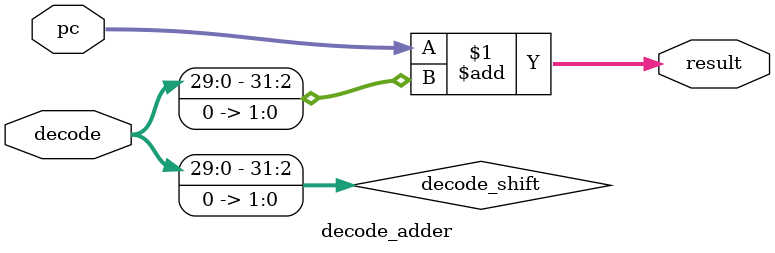
<source format=v>
module decode_adder(
    pc, decode,
    result
);
    input  [31:0]  pc, decode;
    output [31:0]  result;
    
    
    wire [31:0] result;
    reg  [31:0] decode_shift;
    assign decode_shift[31:2] = decode[31-2:0] ;
    assign decode_shift[1:0] = 2'b00;
    assign result = pc + decode_shift;
    // always @(*) begin
    //     $display("pc : ",pc,"decode : ", decode, "decoder adder result : ", result);
    // end

endmodule
</source>
